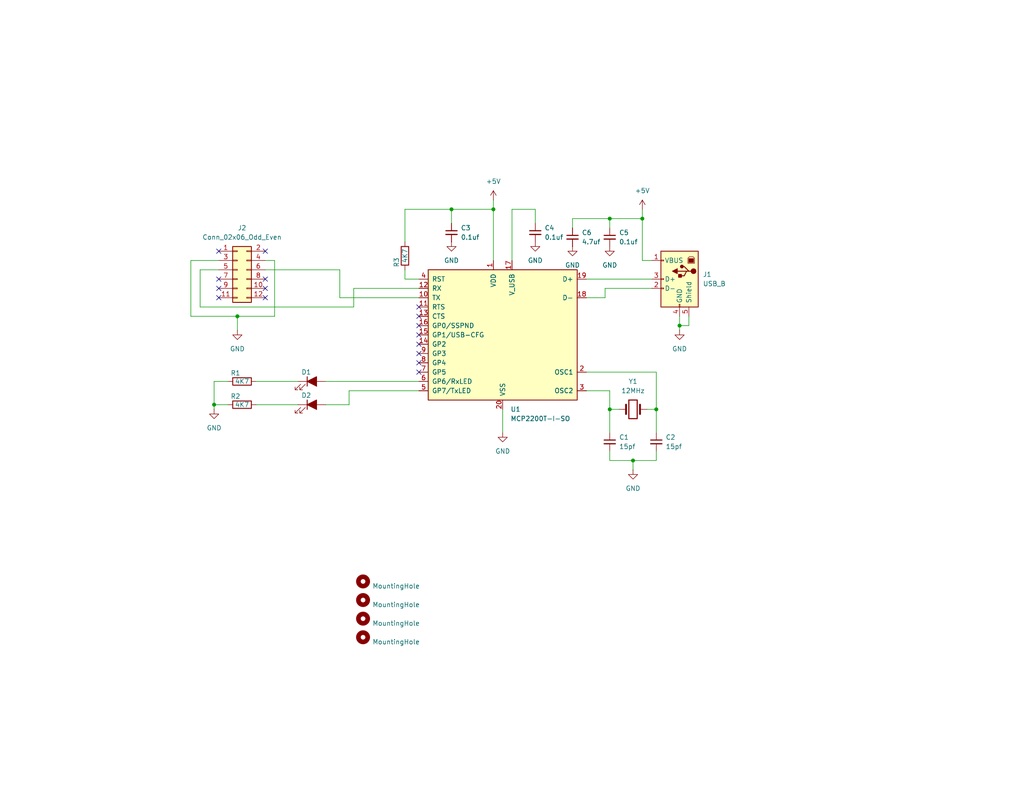
<source format=kicad_sch>
(kicad_sch (version 20250114) (generator "eeschema") (generator_version "9.0")
  (paper "A")
  (title_block (title "Serial Model Railroad Control") (date "2025-03-23") (rev "n/c") (company "DMFE") (comment 1 "USB Interface Daughter Board"))
  (lib_symbols
    (symbol "Connector:USB_B" (pin_names (offset 1.016))
      (property "Reference" "J" (at -5.08 11.43 0))
      (property "Value" "USB_B" (at -5.08 8.89 0))
      (symbol "USB_B_0_1"
        (rectangle (start -5.08 -7.62) (end 5.08 7.62) (stroke (width 0.254)) (fill (type background)))
        (polyline (pts (xy -4.064 4.318) (xy -2.286 4.318) (xy -2.286 5.715) (xy -2.667 6.096) (xy -3.683 6.096) (xy -4.064 5.715) (xy -4.064 4.318)))
        (rectangle (start -3.81 5.588) (end -2.54 4.572) (fill (type outline)))
        (circle (center -3.81 2.159) (radius 0.635) (stroke (width 0.254)) (fill (type outline)))
        (polyline (pts (xy -3.175 2.159) (xy -2.54 2.159) (xy -1.27 3.429) (xy -0.635 3.429)) (stroke (width 0.254)))
        (polyline (pts (xy -2.54 2.159) (xy -1.905 2.159) (xy -1.27 0.889) (xy 0 0.889)) (stroke (width 0.254)))
        (polyline (pts (xy -1.905 2.159) (xy 0.635 2.159)) (stroke (width 0.254)))
        (circle (center -0.635 3.429) (radius 0.381) (stroke (width 0.254)) (fill (type outline)))
        (rectangle (start -0.127 -7.62) (end 0.127 -6.858))
        (rectangle (start 0.254 1.27) (end -0.508 0.508) (stroke (width 0.254)) (fill (type outline)))
        (polyline (pts (xy 0.635 2.794) (xy 0.635 1.524) (xy 1.905 2.159) (xy 0.635 2.794)) (stroke (width 0.254)) (fill (type outline)))
        (rectangle (start 5.08 4.953) (end 4.318 5.207))
        (rectangle (start 5.08 -0.127) (end 4.318 0.127))
        (rectangle (start 5.08 -2.667) (end 4.318 -2.413))
      )
      (symbol "USB_B_1_1"
        (pin passive line (at -2.54 -10.16 90) (length 2.54) (name "Shield") (number "5"))
        (pin power_out line (at 0 -10.16 90) (length 2.54) (name "GND") (number "4"))
        (pin power_out line (at 7.62 5.08 180) (length 2.54) (name "VBUS") (number "1"))
        (pin bidirectional line (at 7.62 0 180) (length 2.54) (name "D+") (number "3"))
        (pin bidirectional line (at 7.62 -2.54 180) (length 2.54) (name "D-") (number "2"))
      )
    )
    (symbol "Connector_Generic:Conn_02x06_Odd_Even" (pin_names (offset 1.016) (hide yes))
      (property "Reference" "J" (at 1.27 7.62 0))
      (property "Value" "Conn_02x06_Odd_Even" (at 1.27 -10.16 0))
      (symbol "Conn_02x06_Odd_Even_1_1"
        (rectangle (start -1.27 6.35) (end 3.81 -8.89) (stroke (width 0.254)) (fill (type background)))
        (rectangle (start -1.27 5.207) (end 0 4.953) (stroke (width 0.1524)))
        (rectangle (start -1.27 2.667) (end 0 2.413) (stroke (width 0.1524)))
        (rectangle (start -1.27 0.127) (end 0 -0.127) (stroke (width 0.1524)))
        (rectangle (start -1.27 -2.413) (end 0 -2.667) (stroke (width 0.1524)))
        (rectangle (start -1.27 -4.953) (end 0 -5.207) (stroke (width 0.1524)))
        (rectangle (start -1.27 -7.493) (end 0 -7.747) (stroke (width 0.1524)))
        (rectangle (start 3.81 5.207) (end 2.54 4.953) (stroke (width 0.1524)))
        (rectangle (start 3.81 2.667) (end 2.54 2.413) (stroke (width 0.1524)))
        (rectangle (start 3.81 0.127) (end 2.54 -0.127) (stroke (width 0.1524)))
        (rectangle (start 3.81 -2.413) (end 2.54 -2.667) (stroke (width 0.1524)))
        (rectangle (start 3.81 -4.953) (end 2.54 -5.207) (stroke (width 0.1524)))
        (rectangle (start 3.81 -7.493) (end 2.54 -7.747) (stroke (width 0.1524)))
        (pin passive line (at -5.08 5.08 0) (length 3.81) (name "Pin_1") (number "1"))
        (pin passive line (at -5.08 2.54 0) (length 3.81) (name "Pin_3") (number "3"))
        (pin passive line (at -5.08 0 0) (length 3.81) (name "Pin_5") (number "5"))
        (pin passive line (at -5.08 -2.54 0) (length 3.81) (name "Pin_7") (number "7"))
        (pin passive line (at -5.08 -5.08 0) (length 3.81) (name "Pin_9") (number "9"))
        (pin passive line (at -5.08 -7.62 0) (length 3.81) (name "Pin_11") (number "11"))
        (pin passive line (at 7.62 5.08 180) (length 3.81) (name "Pin_2") (number "2"))
        (pin passive line (at 7.62 2.54 180) (length 3.81) (name "Pin_4") (number "4"))
        (pin passive line (at 7.62 0 180) (length 3.81) (name "Pin_6") (number "6"))
        (pin passive line (at 7.62 -2.54 180) (length 3.81) (name "Pin_8") (number "8"))
        (pin passive line (at 7.62 -5.08 180) (length 3.81) (name "Pin_10") (number "10"))
        (pin passive line (at 7.62 -7.62 180) (length 3.81) (name "Pin_12") (number "12"))
      )
    )
    (symbol "Device:C_Small" (pin_numbers (hide yes)) (pin_names (offset 0.254) (hide yes))
      (property "Reference" "C" (at 0.254 1.778 0))
      (property "Value" "C_Small" (at 0.254 -2.032 0))
      (symbol "C_Small_0_1"
        (polyline (pts (xy -1.524 0.508) (xy 1.524 0.508)) (stroke (width 0.3048)))
        (polyline (pts (xy -1.524 -0.508) (xy 1.524 -0.508)) (stroke (width 0.3302)))
      )
      (symbol "C_Small_1_1"
        (pin passive line (at 0 2.54 270) (length 2.032) (name "~") (number "1"))
        (pin passive line (at 0 -2.54 90) (length 2.032) (name "~") (number "2"))
      )
    )
    (symbol "Device:Crystal" (pin_numbers (hide yes)) (pin_names (offset 1.016) (hide yes))
      (property "Reference" "Y" (at 0 3.81 0))
      (property "Value" "Crystal" (at 0 -3.81 0))
      (symbol "Crystal_0_1"
        (polyline (pts (xy -2.54 0) (xy -1.905 0)))
        (polyline (pts (xy -1.905 -1.27) (xy -1.905 1.27)) (stroke (width 0.508)))
        (rectangle (start -1.143 2.54) (end 1.143 -2.54) (stroke (width 0.3048)))
        (polyline (pts (xy 1.905 -1.27) (xy 1.905 1.27)) (stroke (width 0.508)))
        (polyline (pts (xy 2.54 0) (xy 1.905 0)))
      )
      (symbol "Crystal_1_1"
        (pin passive line (at -3.81 0 0) (length 1.27) (name "1") (number "1"))
        (pin passive line (at 3.81 0 180) (length 1.27) (name "2") (number "2"))
      )
    )
    (symbol "Device:LED_Filled" (pin_numbers (hide yes)) (pin_names (offset 1.016) (hide yes))
      (property "Reference" "D" (at 0 2.54 0))
      (property "Value" "LED_Filled" (at 0 -2.54 0))
      (property "Sim.Pins" "1=K 2=A" (at 0 0 0))
      (symbol "LED_Filled_0_1"
        (polyline (pts (xy -3.048 -0.762) (xy -4.572 -2.286) (xy -3.81 -2.286) (xy -4.572 -2.286) (xy -4.572 -1.524)))
        (polyline (pts (xy -1.778 -0.762) (xy -3.302 -2.286) (xy -2.54 -2.286) (xy -3.302 -2.286) (xy -3.302 -1.524)))
        (polyline (pts (xy -1.27 0) (xy 1.27 0)))
        (polyline (pts (xy -1.27 -1.27) (xy -1.27 1.27)) (stroke (width 0.254)))
        (polyline (pts (xy 1.27 -1.27) (xy 1.27 1.27) (xy -1.27 0) (xy 1.27 -1.27)) (stroke (width 0.254)) (fill (type outline)))
      )
      (symbol "LED_Filled_1_1"
        (pin passive line (at -3.81 0 0) (length 2.54) (name "K") (number "1"))
        (pin passive line (at 3.81 0 180) (length 2.54) (name "A") (number "2"))
      )
    )
    (symbol "Device:R" (pin_numbers (hide yes)) (pin_names (offset 0))
      (property "Reference" "R" (at 2.032 0 90))
      (property "Value" "R" (at 0 0 90))
      (symbol "R_0_1"
        (rectangle (start -1.016 -2.54) (end 1.016 2.54) (stroke (width 0.254)))
      )
      (symbol "R_1_1"
        (pin passive line (at 0 3.81 270) (length 1.27) (name "~") (number "1"))
        (pin passive line (at 0 -3.81 90) (length 1.27) (name "~") (number "2"))
      )
    )
    (symbol "Interface_USB:MCP2200T-I-SO" (pin_names (offset 1.016))
      (property "Reference" "U" (at -20.32 -19.05 0))
      (property "Value" "MCP2200T-I-SO" (at -20.32 19.05 0))
      (symbol "MCP2200T-I-SO_0_1"
        (rectangle (start -20.32 17.78) (end 20.32 -17.78) (stroke (width 0.254)) (fill (type background)))
      )
      (symbol "MCP2200T-I-SO_1_1"
        (pin input line (at -22.86 15.24 0) (length 2.54) (name "RST") (number "4"))
        (pin input line (at -22.86 12.7 0) (length 2.54) (name "RX") (number "12"))
        (pin output line (at -22.86 10.16 0) (length 2.54) (name "TX") (number "10"))
        (pin output line (at -22.86 7.62 0) (length 2.54) (name "RTS") (number "11"))
        (pin input line (at -22.86 5.08 0) (length 2.54) (name "CTS") (number "13"))
        (pin bidirectional line (at -22.86 2.54 0) (length 2.54) (name "GP0/SSPND") (number "16"))
        (pin bidirectional line (at -22.86 0 0) (length 2.54) (name "GP1/USB-CFG") (number "15"))
        (pin bidirectional line (at -22.86 -2.54 0) (length 2.54) (name "GP2") (number "14"))
        (pin bidirectional line (at -22.86 -5.08 0) (length 2.54) (name "GP3") (number "9"))
        (pin bidirectional line (at -22.86 -7.62 0) (length 2.54) (name "GP4") (number "8"))
        (pin bidirectional line (at -22.86 -10.16 0) (length 2.54) (name "GP5") (number "7"))
        (pin bidirectional line (at -22.86 -12.7 0) (length 2.54) (name "GP6/RxLED") (number "6"))
        (pin bidirectional line (at -22.86 -15.24 0) (length 2.54) (name "GP7/TxLED") (number "5"))
        (pin power_in line (at -2.54 20.32 270) (length 2.54) (name "VDD") (number "1"))
        (pin power_in line (at 0 -20.32 90) (length 2.54) (name "VSS") (number "20"))
        (pin power_in line (at 2.54 20.32 270) (length 2.54) (name "V_USB") (number "17"))
        (pin bidirectional line (at 22.86 15.24 180) (length 2.54) (name "D+") (number "19"))
        (pin bidirectional line (at 22.86 10.16 180) (length 2.54) (name "D-") (number "18"))
        (pin input line (at 22.86 -10.16 180) (length 2.54) (name "OSC1") (number "2"))
        (pin output line (at 22.86 -15.24 180) (length 2.54) (name "OSC2") (number "3"))
      )
    )
    (symbol "Mechanical:MountingHole" (pin_names (offset 1.016)) (exclude_from_sim yes) (in_bom no)
      (property "Reference" "H" (at 0 5.08 0))
      (property "Value" "MountingHole" (at 0 3.175 0))
      (symbol "MountingHole_0_1"
        (circle (center 0 0) (radius 1.27) (stroke (width 1.27)))
      )
    )
    (symbol "power:+5V" (power) (pin_numbers (hide yes)) (pin_names (offset 0) (hide yes))
      (property "Value" "+5V" (at 0 3.556 0))
      (symbol "+5V_0_1"
        (polyline (pts (xy -0.762 1.27) (xy 0 2.54)))
        (polyline (pts (xy 0 2.54) (xy 0.762 1.27)))
        (polyline (pts (xy 0 0) (xy 0 2.54)))
      )
      (symbol "+5V_1_1"
        (pin power_in line (at 0 0 90) (length 0) (name "~") (number "1"))
      )
    )
    (symbol "power:GND" (power) (pin_numbers (hide yes)) (pin_names (offset 0) (hide yes))
      (property "Value" "GND" (at 0 -3.81 0))
      (symbol "GND_0_1"
        (polyline (pts (xy 0 0) (xy 0 -1.27) (xy 1.27 -1.27) (xy 0 -2.54) (xy -1.27 -1.27) (xy 0 -1.27)))
      )
      (symbol "GND_1_1"
        (pin power_in line (at 0 0 270) (length 0) (name "~") (number "1"))
      )
    )
  )
  (junction (at 175.26 59.69))
  (junction (at 123.19 57.15))
  (junction (at 58.42 110.49))
  (junction (at 64.77 86.36))
  (junction (at 185.42 88.9))
  (junction (at 172.72 125.73))
  (junction (at 166.37 111.76))
  (junction (at 166.37 59.69))
  (junction (at 179.07 111.76))
  (junction (at 134.62 57.15))
  (no_connect (at 72.39 78.74))
  (no_connect (at 59.69 81.28))
  (no_connect (at 72.39 68.58))
  (no_connect (at 114.3 91.44))
  (no_connect (at 59.69 68.58))
  (no_connect (at 114.3 93.98))
  (no_connect (at 114.3 83.82))
  (no_connect (at 114.3 99.06))
  (no_connect (at 59.69 76.2))
  (no_connect (at 114.3 86.36))
  (no_connect (at 114.3 101.6))
  (no_connect (at 72.39 76.2))
  (no_connect (at 59.69 78.74))
  (no_connect (at 72.39 81.28))
  (no_connect (at 114.3 96.52))
  (no_connect (at 114.3 88.9))
  (wire (pts (xy 175.26 57.15) (xy 175.26 59.69)))
  (wire (pts (xy 166.37 123.19) (xy 166.37 125.73)))
  (wire (pts (xy 179.07 111.76) (xy 179.07 118.11)))
  (wire (pts (xy 64.77 90.17) (xy 64.77 86.36)))
  (wire (pts (xy 187.96 86.36) (xy 187.96 88.9)))
  (wire (pts (xy 134.62 54.61) (xy 134.62 57.15)))
  (wire (pts (xy 175.26 59.69) (xy 175.26 71.12)))
  (wire (pts (xy 134.62 71.12) (xy 134.62 57.15)))
  (wire (pts (xy 185.42 88.9) (xy 185.42 90.17)))
  (wire (pts (xy 74.93 86.36) (xy 64.77 86.36)))
  (wire (pts (xy 59.69 73.66) (xy 54.61 73.66)))
  (wire (pts (xy 139.7 71.12) (xy 139.7 57.15)))
  (wire (pts (xy 114.3 76.2) (xy 110.49 76.2)))
  (wire (pts (xy 110.49 76.2) (xy 110.49 73.66)))
  (wire (pts (xy 64.77 86.36) (xy 52.07 86.36)))
  (wire (pts (xy 58.42 104.14) (xy 62.23 104.14)))
  (wire (pts (xy 96.52 83.82) (xy 96.52 78.74)))
  (wire (pts (xy 52.07 71.12) (xy 59.69 71.12)))
  (wire (pts (xy 92.71 81.28) (xy 114.3 81.28)))
  (wire (pts (xy 58.42 110.49) (xy 62.23 110.49)))
  (wire (pts (xy 95.25 110.49) (xy 88.9 110.49)))
  (wire (pts (xy 69.85 104.14) (xy 81.28 104.14)))
  (wire (pts (xy 160.02 76.2) (xy 177.8 76.2)))
  (wire (pts (xy 146.05 57.15) (xy 146.05 60.96)))
  (wire (pts (xy 187.96 88.9) (xy 185.42 88.9)))
  (wire (pts (xy 110.49 57.15) (xy 123.19 57.15)))
  (wire (pts (xy 160.02 106.68) (xy 166.37 106.68)))
  (wire (pts (xy 166.37 111.76) (xy 166.37 118.11)))
  (wire (pts (xy 177.8 78.74) (xy 165.1 78.74)))
  (wire (pts (xy 176.53 111.76) (xy 179.07 111.76)))
  (wire (pts (xy 179.07 101.6) (xy 179.07 111.76)))
  (wire (pts (xy 137.16 111.76) (xy 137.16 118.11)))
  (wire (pts (xy 156.21 59.69) (xy 166.37 59.69)))
  (wire (pts (xy 96.52 78.74) (xy 114.3 78.74)))
  (wire (pts (xy 134.62 57.15) (xy 123.19 57.15)))
  (wire (pts (xy 58.42 110.49) (xy 58.42 104.14)))
  (wire (pts (xy 58.42 111.76) (xy 58.42 110.49)))
  (wire (pts (xy 166.37 125.73) (xy 172.72 125.73)))
  (wire (pts (xy 72.39 73.66) (xy 92.71 73.66)))
  (wire (pts (xy 114.3 106.68) (xy 95.25 106.68)))
  (wire (pts (xy 123.19 57.15) (xy 123.19 60.96)))
  (wire (pts (xy 54.61 83.82) (xy 96.52 83.82)))
  (wire (pts (xy 110.49 66.04) (xy 110.49 57.15)))
  (wire (pts (xy 166.37 106.68) (xy 166.37 111.76)))
  (wire (pts (xy 165.1 78.74) (xy 165.1 81.28)))
  (wire (pts (xy 179.07 123.19) (xy 179.07 125.73)))
  (wire (pts (xy 175.26 71.12) (xy 177.8 71.12)))
  (wire (pts (xy 165.1 81.28) (xy 160.02 81.28)))
  (wire (pts (xy 166.37 59.69) (xy 175.26 59.69)))
  (wire (pts (xy 172.72 125.73) (xy 179.07 125.73)))
  (wire (pts (xy 72.39 71.12) (xy 74.93 71.12)))
  (wire (pts (xy 156.21 62.23) (xy 156.21 59.69)))
  (wire (pts (xy 92.71 73.66) (xy 92.71 81.28)))
  (wire (pts (xy 69.85 110.49) (xy 81.28 110.49)))
  (wire (pts (xy 74.93 71.12) (xy 74.93 86.36)))
  (wire (pts (xy 166.37 111.76) (xy 168.91 111.76)))
  (wire (pts (xy 95.25 106.68) (xy 95.25 110.49)))
  (wire (pts (xy 160.02 101.6) (xy 179.07 101.6)))
  (wire (pts (xy 166.37 62.23) (xy 166.37 59.69)))
  (wire (pts (xy 139.7 57.15) (xy 146.05 57.15)))
  (wire (pts (xy 52.07 86.36) (xy 52.07 71.12)))
  (wire (pts (xy 185.42 86.36) (xy 185.42 88.9)))
  (wire (pts (xy 172.72 125.73) (xy 172.72 128.27)))
  (wire (pts (xy 54.61 73.66) (xy 54.61 83.82)))
  (wire (pts (xy 88.9 104.14) (xy 114.3 104.14)))
  (symbol (lib_id "Mechanical:MountingHole") (at 99.06 163.83 0) (unit 1) (exclude_from_sim yes) (in_bom no)
    (property "Reference" "H2" (effects (hide yes)))
    (property "Value" "MountingHole" (at 101.6 165.0999 0) (effects (justify left)))
    (property "Footprint" "MountingHole:MountingHole_3.2mm_M3" (effects (hide yes)))
    (property "Description" "Mounting Hole without connection" (effects (hide yes)))
  )
  (symbol (lib_id "Device:C_Small") (at 166.37 120.65 0) (unit 1)
    (property "Reference" "C1" (at 168.91 119.3862 0) (effects (justify left)))
    (property "Value" "15pf" (at 168.91 121.9262 0) (effects (justify left)))
    (property "Footprint" "Capacitor_SMD:C_0805_2012Metric_Pad1.18x1.45mm_HandSolder" (effects (hide yes)))
    (property "Description" "Unpolarized capacitor, small symbol" (effects (hide yes)))
  )
  (symbol (lib_id "Interface_USB:MCP2200T-I-SO") (at 137.16 91.44 0) (unit 1)
    (property "Reference" "U1" (at 139.3033 111.76 0) (effects (justify left)))
    (property "Value" "MCP2200T-I-SO" (at 139.3033 114.3 0) (effects (justify left)))
    (property "Footprint" "Package_SO:SOIC-20W_7.5x12.8mm_P1.27mm" (effects (hide yes)))
    (property "Datasheet" "http://ww1.microchip.com/downloads/en/DeviceDoc/200022228D.pdf" (effects (hide yes)))
    (property "Description" "USB 2.0 to UART Protocol Converter with GPIO,TnR,SOIC" (effects (hide yes)))
  )
  (symbol (lib_id "Device:C_Small") (at 123.19 63.5 0) (unit 1)
    (property "Reference" "C3" (at 125.73 62.2362 0) (effects (justify left)))
    (property "Value" "0.1uf" (at 125.73 64.7762 0) (effects (justify left)))
    (property "Footprint" "Capacitor_SMD:C_0805_2012Metric_Pad1.18x1.45mm_HandSolder" (effects (hide yes)))
    (property "Description" "Unpolarized capacitor, small symbol" (effects (hide yes)))
  )
  (symbol (lib_id "power:GND") (at 137.16 118.11 0) (unit 1)
    (property "Reference" "#PWR02" (effects (hide yes)))
    (property "Value" "GND" (at 137.16 123.19 0))
    (property "Description" "Power symbol creates a global label with name \"GND\" , ground" (effects (hide yes)))
  )
  (symbol (lib_id "Mechanical:MountingHole") (at 99.06 158.75 0) (unit 1) (exclude_from_sim yes) (in_bom no)
    (property "Reference" "H1" (effects (hide yes)))
    (property "Value" "MountingHole" (at 101.6 160.0199 0) (effects (justify left)))
    (property "Footprint" "MountingHole:MountingHole_3.2mm_M3" (effects (hide yes)))
    (property "Description" "Mounting Hole without connection" (effects (hide yes)))
  )
  (symbol (lib_id "power:GND") (at 156.21 67.31 0) (unit 1)
    (property "Reference" "#PWR09" (effects (hide yes)))
    (property "Value" "GND" (at 156.21 72.39 0))
    (property "Description" "Power symbol creates a global label with name \"GND\" , ground" (effects (hide yes)))
  )
  (symbol (lib_id "Device:R") (at 66.04 104.14 90) (unit 1)
    (property "Reference" "R1" (at 64.262 101.854 90))
    (property "Value" "4K7" (at 66.04 104.14 90))
    (property "Footprint" "Resistor_SMD:R_0805_2012Metric_Pad1.20x1.40mm_HandSolder" (effects (hide yes)))
    (property "Description" "Resistor" (effects (hide yes)))
  )
  (symbol (lib_id "power:+5V") (at 134.62 54.61 0) (unit 1)
    (property "Reference" "#PWR07" (effects (hide yes)))
    (property "Value" "+5V" (at 134.62 49.53 0))
    (property "Description" "Power symbol creates a global label with name \"+5V\"" (effects (hide yes)))
  )
  (symbol (lib_id "Device:C_Small") (at 179.07 120.65 0) (unit 1)
    (property "Reference" "C2" (at 181.61 119.3862 0) (effects (justify left)))
    (property "Value" "15pf" (at 181.61 121.9262 0) (effects (justify left)))
    (property "Footprint" "Capacitor_SMD:C_0805_2012Metric_Pad1.18x1.45mm_HandSolder" (effects (hide yes)))
    (property "Description" "Unpolarized capacitor, small symbol" (effects (hide yes)))
  )
  (symbol (lib_id "power:GND") (at 172.72 128.27 0) (unit 1)
    (property "Reference" "#PWR01" (effects (hide yes)))
    (property "Value" "GND" (at 172.72 133.35 0))
    (property "Description" "Power symbol creates a global label with name \"GND\" , ground" (effects (hide yes)))
  )
  (symbol (lib_id "power:+5V") (at 175.26 57.15 0) (unit 1)
    (property "Reference" "#PWR08" (effects (hide yes)))
    (property "Value" "+5V" (at 175.26 52.07 0))
    (property "Description" "Power symbol creates a global label with name \"+5V\"" (effects (hide yes)))
  )
  (symbol (lib_id "power:GND") (at 58.42 111.76 0) (unit 1)
    (property "Reference" "#PWR04" (effects (hide yes)))
    (property "Value" "GND" (at 58.42 116.84 0))
    (property "Description" "Power symbol creates a global label with name \"GND\" , ground" (effects (hide yes)))
  )
  (symbol (lib_id "power:GND") (at 123.19 66.04 0) (unit 1)
    (property "Reference" "#PWR05" (effects (hide yes)))
    (property "Value" "GND" (at 123.19 71.12 0))
    (property "Description" "Power symbol creates a global label with name \"GND\" , ground" (effects (hide yes)))
  )
  (symbol (lib_id "power:GND") (at 185.42 90.17 0) (unit 1)
    (property "Reference" "#PWR03" (effects (hide yes)))
    (property "Value" "GND" (at 185.42 95.25 0))
    (property "Description" "Power symbol creates a global label with name \"GND\" , ground" (effects (hide yes)))
  )
  (symbol (lib_id "Device:C_Small") (at 156.21 64.77 0) (unit 1)
    (property "Reference" "C6" (at 158.75 63.5062 0) (effects (justify left)))
    (property "Value" "4.7uf" (at 158.75 66.0462 0) (effects (justify left)))
    (property "Footprint" "Capacitor_SMD:C_0805_2012Metric_Pad1.18x1.45mm_HandSolder" (effects (hide yes)))
    (property "Description" "Unpolarized capacitor, small symbol" (effects (hide yes)))
  )
  (symbol (lib_id "power:GND") (at 166.37 67.31 0) (unit 1)
    (property "Reference" "#PWR010" (effects (hide yes)))
    (property "Value" "GND" (at 166.37 72.39 0))
    (property "Description" "Power symbol creates a global label with name \"GND\" , ground" (effects (hide yes)))
  )
  (symbol (lib_id "power:GND") (at 64.77 90.17 0) (unit 1)
    (property "Reference" "#PWR011" (effects (hide yes)))
    (property "Value" "GND" (at 64.77 95.25 0))
    (property "Description" "Power symbol creates a global label with name \"GND\" , ground" (effects (hide yes)))
  )
  (symbol (lib_id "Device:C_Small") (at 166.37 64.77 0) (unit 1)
    (property "Reference" "C5" (at 168.91 63.5062 0) (effects (justify left)))
    (property "Value" "0.1uf" (at 168.91 66.0462 0) (effects (justify left)))
    (property "Footprint" "Capacitor_SMD:C_0805_2012Metric_Pad1.18x1.45mm_HandSolder" (effects (hide yes)))
    (property "Description" "Unpolarized capacitor, small symbol" (effects (hide yes)))
  )
  (symbol (lib_id "Mechanical:MountingHole") (at 99.06 173.99 0) (unit 1) (exclude_from_sim yes) (in_bom no)
    (property "Reference" "H4" (effects (hide yes)))
    (property "Value" "MountingHole" (at 101.6 175.2599 0) (effects (justify left)))
    (property "Footprint" "MountingHole:MountingHole_3.2mm_M3" (effects (hide yes)))
    (property "Description" "Mounting Hole without connection" (effects (hide yes)))
  )
  (symbol (lib_id "Device:R") (at 66.04 110.49 90) (unit 1)
    (property "Reference" "R2" (at 64.262 108.204 90))
    (property "Value" "4K7" (at 66.04 110.49 90))
    (property "Footprint" "Resistor_SMD:R_0805_2012Metric_Pad1.20x1.40mm_HandSolder" (effects (hide yes)))
    (property "Description" "Resistor" (effects (hide yes)))
  )
  (symbol (lib_id "Device:LED_Filled") (at 85.09 110.49 0) (unit 1)
    (property "Reference" "D2" (at 83.566 107.95 0))
    (property "Value" "Green" (effects (hide yes)))
    (property "Footprint" "LED_SMD:LED_1206_3216Metric_Pad1.42x1.75mm_HandSolder" (effects (hide yes)))
    (property "Description" "Light emitting diode, filled shape" (effects (hide yes)))
    (property "Sim.Pins" "1=K 2=A" (effects (hide yes)))
  )
  (symbol (lib_id "Device:LED_Filled") (at 85.09 104.14 0) (unit 1)
    (property "Reference" "D1" (at 83.566 101.6 0))
    (property "Value" "Green" (effects (hide yes)))
    (property "Footprint" "LED_SMD:LED_1206_3216Metric_Pad1.42x1.75mm_HandSolder" (effects (hide yes)))
    (property "Description" "Light emitting diode, filled shape" (effects (hide yes)))
    (property "Sim.Pins" "1=K 2=A" (effects (hide yes)))
  )
  (symbol (lib_id "Mechanical:MountingHole") (at 99.06 168.91 0) (unit 1) (exclude_from_sim yes) (in_bom no)
    (property "Reference" "H3" (effects (hide yes)))
    (property "Value" "MountingHole" (at 101.6 170.1799 0) (effects (justify left)))
    (property "Footprint" "MountingHole:MountingHole_3.2mm_M3" (effects (hide yes)))
    (property "Description" "Mounting Hole without connection" (effects (hide yes)))
  )
  (symbol (lib_id "power:GND") (at 146.05 66.04 0) (unit 1)
    (property "Reference" "#PWR06" (effects (hide yes)))
    (property "Value" "GND" (at 146.05 71.12 0))
    (property "Description" "Power symbol creates a global label with name \"GND\" , ground" (effects (hide yes)))
  )
  (symbol (lib_id "Device:R") (at 110.49 69.85 180) (unit 1)
    (property "Reference" "R3" (at 108.204 71.628 90))
    (property "Value" "4K7" (at 110.49 69.85 90))
    (property "Footprint" "Resistor_SMD:R_0805_2012Metric_Pad1.20x1.40mm_HandSolder" (effects (hide yes)))
    (property "Description" "Resistor" (effects (hide yes)))
  )
  (symbol (lib_id "Device:C_Small") (at 146.05 63.5 0) (unit 1)
    (property "Reference" "C4" (at 148.59 62.2362 0) (effects (justify left)))
    (property "Value" "0.1uf" (at 148.59 64.7762 0) (effects (justify left)))
    (property "Footprint" "Capacitor_SMD:C_0805_2012Metric_Pad1.18x1.45mm_HandSolder" (effects (hide yes)))
    (property "Description" "Unpolarized capacitor, small symbol" (effects (hide yes)))
  )
  (symbol (lib_id "Connector:USB_B") (at 185.42 76.2 0) (mirror y) (unit 1)
    (property "Reference" "J1" (at 191.77 74.9299 0) (effects (justify right)))
    (property "Value" "USB_B" (at 191.77 77.4699 0) (effects (justify right)))
    (property "Footprint" "Connector_USB:USB_B_OST_USB-B1HSxx_Horizontal" (effects (hide yes)))
    (property "Description" "USB Type B connector" (effects (hide yes)))
  )
  (symbol (lib_id "Device:Crystal") (at 172.72 111.76 0) (unit 1)
    (property "Reference" "Y1" (at 172.72 104.14 0))
    (property "Value" "12MHz" (at 172.72 106.68 0))
    (property "Footprint" "Crystal:Crystal_HC49-4H_Vertical" (effects (hide yes)))
    (property "Description" "Two pin crystal" (effects (hide yes)))
  )
  (symbol (lib_id "Connector_Generic:Conn_02x06_Odd_Even") (at 64.77 73.66 0) (unit 1)
    (property "Reference" "J2" (at 66.04 62.23 0))
    (property "Value" "Conn_02x06_Odd_Even" (at 66.04 64.77 0))
    (property "Footprint" "Connector_PinHeader_2.54mm:PinHeader_2x06_P2.54mm_Vertical" (effects (hide yes)))
    (property "Description" "Generic connector, double row, 02x06, odd/even pin numbering scheme (row 1 odd numbers, row 2 even numbers), script generated (kicad-library-utils/schlib/autogen/connector/)" (effects (hide yes)))
  )
)
</source>
